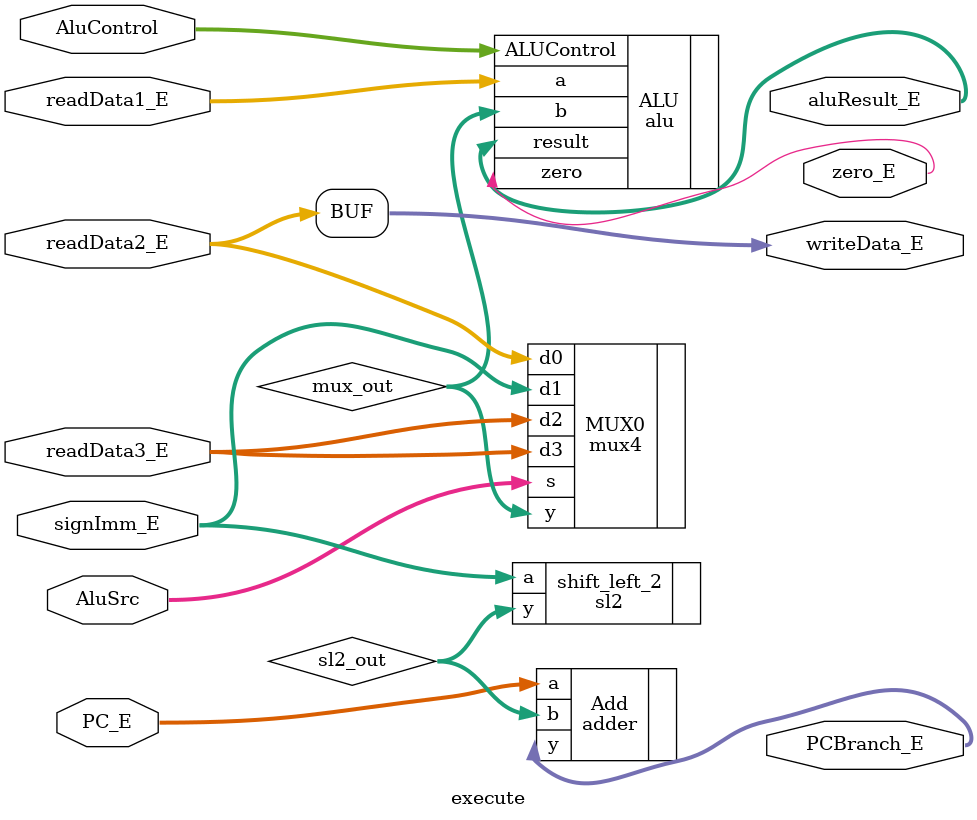
<source format=sv>

module execute
				#(parameter N=64)
				(input logic [1:0] AluSrc,
				input logic [3:0] AluControl,
				input logic [N-1:0] PC_E, signImm_E, readData1_E, readData2_E,readData3_E,
				output logic [N-1:0] PCBranch_E, aluResult_E, writeData_E,
				output logic zero_E);
	
	logic [N-1:0] sl2_out, mux_out;
	
	adder Add(.a(PC_E), .b(sl2_out), .y(PCBranch_E));
	
	sl2 shift_left_2(.a(signImm_E), .y(sl2_out));
	
	alu ALU(.a(readData1_E), .b(mux_out), .ALUControl(AluControl), .result(aluResult_E), .zero(zero_E));
	
	mux4 MUX0(.d2(readData3_E), .d1(signImm_E), .d3(readData3_E),.d0(readData2_E),.s(AluSrc), .y(mux_out));
	
	assign writeData_E = readData2_E;
endmodule
</source>
